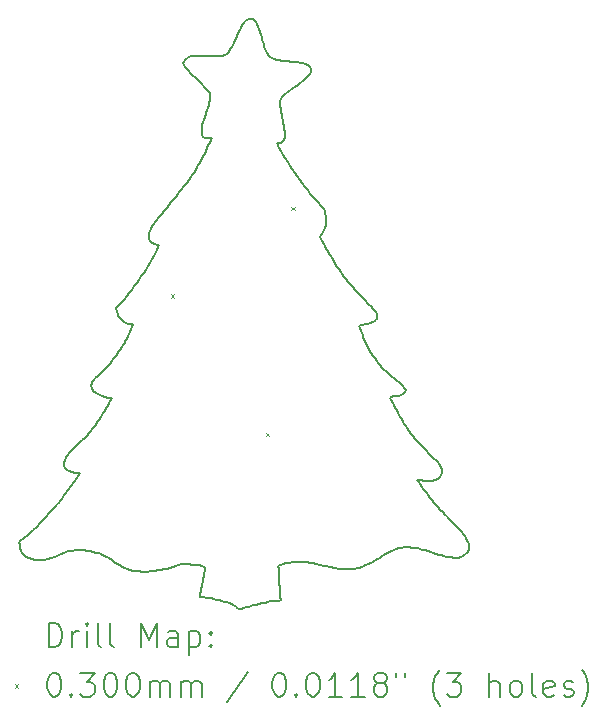
<source format=gbr>
%FSLAX45Y45*%
G04 Gerber Fmt 4.5, Leading zero omitted, Abs format (unit mm)*
G04 Created by KiCad (PCBNEW (6.0.0)) date 2022-10-06 13:39:08*
%MOMM*%
%LPD*%
G01*
G04 APERTURE LIST*
%TA.AperFunction,Profile*%
%ADD10C,0.200000*%
%TD*%
%ADD11C,0.200000*%
%ADD12C,0.030000*%
G04 APERTURE END LIST*
D10*
X17457439Y-12303614D02*
X17504464Y-12288672D01*
D11*
X18345841Y-12590880D02*
X18344131Y-12569388D01*
X18342169Y-12548608D01*
X18341971Y-12546586D01*
X17673141Y-8870309D02*
X17661615Y-8891688D01*
X17651188Y-8910817D01*
X17641392Y-8928337D01*
X17626854Y-8953005D01*
X17611098Y-8977667D01*
X17599136Y-8995176D01*
X17585460Y-9014288D01*
X17569602Y-9035645D01*
X17551093Y-9059891D01*
X17529465Y-9087666D01*
X17504247Y-9119615D01*
X17490147Y-9137354D01*
X17474973Y-9156378D01*
X17458668Y-9176766D01*
X17441172Y-9198599D01*
X17422428Y-9221956D01*
X17402376Y-9246919D01*
X17380959Y-9273568D01*
X17358117Y-9301982D01*
X17704633Y-12325880D02*
X17703099Y-12346986D01*
X17700630Y-12367244D01*
X17697105Y-12389782D01*
X17692545Y-12414463D01*
X17688170Y-12435657D01*
X17683160Y-12458064D01*
X17678993Y-12475623D01*
X19798543Y-11932592D02*
X19781869Y-11915512D01*
X19766133Y-11899259D01*
X19751251Y-11883737D01*
X19737138Y-11868852D01*
X19717226Y-11847507D01*
X19698570Y-11827057D01*
X19680884Y-11807180D01*
X19663884Y-11787554D01*
X19647285Y-11767858D01*
X19630801Y-11747769D01*
X19614147Y-11726966D01*
X19597040Y-11705127D01*
X18729736Y-9343306D02*
X18725424Y-9320672D01*
X18719042Y-9300899D01*
X18709637Y-9282208D01*
X18696258Y-9262821D01*
X18681387Y-9244849D01*
X18670593Y-9232813D01*
X18375275Y-8694125D02*
X18381009Y-8671757D01*
X18381915Y-8651198D01*
X18380551Y-8630266D01*
X18377207Y-8604092D01*
X18373329Y-8580325D01*
X18368223Y-8552470D01*
X18364112Y-8531388D01*
X18359420Y-8508128D01*
X18354131Y-8482544D01*
X17763180Y-8678002D02*
X17755285Y-8698868D01*
X17745101Y-8721901D01*
X17735616Y-8742639D01*
X17725076Y-8765219D01*
X17713954Y-8788630D01*
X17702726Y-8811857D01*
X17691864Y-8833888D01*
X17681845Y-8853710D01*
X17673141Y-8870309D01*
X19199460Y-12224933D02*
X19217333Y-12214291D01*
X19242295Y-12200006D01*
X19265282Y-12187647D01*
X19286568Y-12177110D01*
X19306424Y-12168295D01*
X19325122Y-12161098D01*
X19348723Y-12153845D01*
X19371395Y-12149047D01*
X19393784Y-12146463D01*
X19410778Y-12145832D01*
X19870903Y-12226219D02*
X19891552Y-12216860D01*
X19909433Y-12205736D01*
X19925000Y-12192015D01*
X19932905Y-12181095D01*
D10*
X18329186Y-12327669D02*
X18328245Y-12303724D01*
D11*
X17100710Y-10258892D02*
X17092159Y-10279906D01*
X17082897Y-10299529D01*
X17071578Y-10322671D01*
X17062312Y-10341184D01*
X17052824Y-10359789D01*
X17043517Y-10377677D01*
X17032081Y-10399015D01*
X17024754Y-10412084D01*
X16915354Y-10883866D02*
X16905299Y-10904327D01*
X16893393Y-10926229D01*
X16882586Y-10945513D01*
X16870732Y-10966267D01*
X16858338Y-10987614D01*
X16845909Y-11008674D01*
X16833953Y-11028567D01*
X16822975Y-11046415D01*
X16810736Y-11065510D01*
X17994058Y-12668882D02*
X18014750Y-12663707D01*
X18034762Y-12658430D01*
X18055099Y-12653003D01*
X18077921Y-12646865D01*
X18092480Y-12642926D01*
X16960654Y-10150053D02*
X16965510Y-10169819D01*
X16973701Y-10189643D01*
X16984986Y-10207015D01*
X16999653Y-10222458D01*
X17001739Y-10224278D01*
X18779900Y-9699737D02*
X18769634Y-9682294D01*
X18758204Y-9662330D01*
X18746083Y-9640729D01*
X18733747Y-9618376D01*
X18721671Y-9596158D01*
X18710329Y-9574958D01*
X18700197Y-9555664D01*
X18689389Y-9534431D01*
X18681069Y-9515521D01*
X17713278Y-8476546D02*
X17704194Y-8502938D01*
X17696795Y-8524647D01*
X17689250Y-8547501D01*
X17682973Y-8568583D01*
X17678634Y-8589857D01*
X17677466Y-8612640D01*
X17677443Y-8619531D01*
X18580660Y-8157231D02*
X18594957Y-8139557D01*
X18604632Y-8121150D01*
X18606158Y-8099935D01*
X18595629Y-8080131D01*
X18593725Y-8077955D01*
X19068524Y-10060903D02*
X19043375Y-10035150D01*
X19019663Y-10010432D01*
X18997281Y-9986617D01*
X18976126Y-9963575D01*
X18956092Y-9941174D01*
X18937076Y-9919285D01*
X18918974Y-9897776D01*
X18901680Y-9876516D01*
X18885090Y-9855376D01*
X18869100Y-9834223D01*
X18853604Y-9812928D01*
X18838500Y-9791360D01*
X18823682Y-9769387D01*
X18809045Y-9746880D01*
X18794486Y-9723706D01*
X18779900Y-9699737D01*
X19010608Y-10270028D02*
X19029463Y-10262187D01*
X19041042Y-10261271D01*
D10*
X17980846Y-12656378D02*
X17980846Y-12656378D01*
D11*
X19157486Y-10157483D02*
X19144415Y-10141254D01*
X19128685Y-10123844D01*
X19112156Y-10106131D01*
X19097206Y-10090420D01*
X19081118Y-10073769D01*
X19068524Y-10060903D01*
X19648004Y-11395400D02*
X19629459Y-11379387D01*
X19614252Y-11365477D01*
X19598268Y-11350281D01*
X19581805Y-11334108D01*
X19565166Y-11317265D01*
X19548650Y-11300061D01*
X19532556Y-11282804D01*
X19517187Y-11265803D01*
X19502842Y-11249366D01*
X19489821Y-11233802D01*
X19485827Y-11228862D01*
X17752944Y-8678177D02*
X17763180Y-8678002D01*
X17733423Y-8281000D02*
X17744586Y-8298808D01*
X17748881Y-8318369D01*
X17749131Y-8338366D01*
X18308924Y-12598275D02*
X18330319Y-12596305D01*
X18345841Y-12590880D01*
X16561490Y-12178108D02*
X16585114Y-12174042D01*
X16609152Y-12171360D01*
X16633513Y-12170043D01*
X16658108Y-12170068D01*
X16682845Y-12171414D01*
X16707635Y-12174059D01*
X16732387Y-12177983D01*
X16757011Y-12183164D01*
X16781417Y-12189580D01*
X16805514Y-12197210D01*
X16829212Y-12206033D01*
X16852420Y-12216028D01*
X16875048Y-12227173D01*
X16897006Y-12239446D01*
X16918204Y-12252826D01*
X16938551Y-12267293D01*
X16778788Y-10713604D02*
X16763681Y-10727976D01*
X16750473Y-10744282D01*
X16745484Y-10755449D01*
X19500658Y-11572899D02*
X19520666Y-11575659D01*
X19533103Y-11577675D01*
X16745484Y-10755449D02*
X16743475Y-10776802D01*
X16749174Y-10798019D01*
X16761625Y-10818302D01*
X16779874Y-10836852D01*
X16796790Y-10849146D01*
X16816026Y-10859679D01*
X16837180Y-10868113D01*
X16859848Y-10874112D01*
X16883627Y-10877338D01*
X16891731Y-10877739D01*
X19638861Y-12192114D02*
X19663255Y-12199860D01*
X19684935Y-12206551D01*
X19704245Y-12212268D01*
X19726902Y-12218517D01*
X19746776Y-12223372D01*
X19768949Y-12227770D01*
X19789646Y-12230664D01*
X19810462Y-12232428D01*
X17678993Y-12475623D02*
X17674374Y-12495280D01*
X17669687Y-12516748D01*
X17665678Y-12537245D01*
X17663414Y-12553853D01*
X17980846Y-12656372D02*
X17994058Y-12668882D01*
X19323586Y-10730095D02*
X19304779Y-10714634D01*
X19287825Y-10700442D01*
X19272512Y-10687322D01*
X19254287Y-10671151D01*
X19238110Y-10656060D01*
X19223484Y-10641580D01*
X19206626Y-10623619D01*
X19190443Y-10604956D01*
X19187201Y-10601058D01*
D10*
X16646150Y-11517538D02*
X16602879Y-11581539D01*
D11*
X17001739Y-10224278D02*
X17019022Y-10235671D01*
X17038034Y-10244234D01*
X17058340Y-10250640D01*
X17080266Y-10254284D01*
X17085166Y-10254449D01*
X19032951Y-10330282D02*
X19026048Y-10311418D01*
X19019053Y-10292444D01*
X19011899Y-10273321D01*
X19010608Y-10270028D01*
X18089766Y-7668899D02*
X18070183Y-7674997D01*
X18064798Y-7677989D01*
X19146140Y-10225009D02*
X19160098Y-10209492D01*
X19163952Y-10189098D01*
X18341971Y-12546586D02*
X18340183Y-12525248D01*
X18338523Y-12501775D01*
X18337197Y-12481338D01*
X18335839Y-12459122D01*
X18334483Y-12435706D01*
X18333164Y-12411673D01*
X18331915Y-12387604D01*
X18330770Y-12364081D01*
X18329764Y-12341686D01*
X18329186Y-12327669D01*
X17892362Y-7966496D02*
X17874067Y-7977176D01*
X17853105Y-7982370D01*
X17829816Y-7984327D01*
X17803564Y-7985137D01*
X17778276Y-7985435D01*
X17747368Y-7985560D01*
X17723275Y-7985589D01*
X19932905Y-12181095D02*
X19939220Y-12161827D01*
X19940436Y-12141796D01*
X19937713Y-12120113D01*
X19931126Y-12098023D01*
X19927141Y-12088741D01*
D10*
X17671394Y-12300719D02*
X17705317Y-12308132D01*
D11*
X18092480Y-12642926D02*
X18112677Y-12637492D01*
X18140627Y-12630142D01*
X18166003Y-12623703D01*
X18189076Y-12618120D01*
X18210119Y-12613335D01*
X18235485Y-12608102D01*
X18258367Y-12604058D01*
X18279408Y-12601069D01*
X18304100Y-12598616D01*
X18308924Y-12598275D01*
X19485827Y-11228862D02*
X19467760Y-11205787D01*
X19450193Y-11182305D01*
X19433039Y-11158275D01*
X19416211Y-11133557D01*
X19405131Y-11116628D01*
X19394131Y-11099289D01*
X19383185Y-11081500D01*
X19372267Y-11063218D01*
X19361352Y-11044403D01*
X19350414Y-11025013D01*
X19339426Y-11005007D01*
X19328363Y-10984342D01*
X19317199Y-10962979D01*
X19305908Y-10940875D01*
D10*
X17299588Y-9584976D02*
X17319938Y-9589811D01*
D11*
X18439621Y-8265170D02*
X18461870Y-8249790D01*
X18481870Y-8235790D01*
X18499754Y-8223069D01*
X18520534Y-8207923D01*
X18538099Y-8194632D01*
X18556008Y-8180263D01*
X18572371Y-8165695D01*
X18580660Y-8157231D01*
X17570967Y-12290992D02*
X17593871Y-12292031D01*
X17615435Y-12293484D01*
X17638251Y-12295641D01*
X17660292Y-12298623D01*
X17671394Y-12300719D01*
X19308679Y-10866562D02*
X19330051Y-10865761D01*
X19350459Y-10862497D01*
X19367483Y-10856162D01*
X18593725Y-8077955D02*
X18576819Y-8064297D01*
X18556196Y-8054951D01*
X18533259Y-8048438D01*
X18510368Y-8043851D01*
X18490186Y-8040675D01*
X18467163Y-8037654D01*
X18441065Y-8034726D01*
X18431642Y-8033760D01*
X17291608Y-9643658D02*
X17274895Y-9674905D01*
X17257944Y-9705548D01*
X17240714Y-9735646D01*
X17223164Y-9765257D01*
X17205253Y-9794442D01*
X17186940Y-9823258D01*
X17168185Y-9851765D01*
X17148947Y-9880022D01*
X17129184Y-9908087D01*
X17108856Y-9936021D01*
X17087922Y-9963882D01*
X17066342Y-9991729D01*
X17044073Y-10019621D01*
X17021076Y-10047616D01*
X16997309Y-10075776D01*
X16972732Y-10104157D01*
X18191913Y-7849234D02*
X18185352Y-7827507D01*
X18179221Y-7807707D01*
X18170726Y-7781397D01*
X18162936Y-7758856D01*
X18155696Y-7739746D01*
X18146628Y-7719014D01*
X18135715Y-7699605D01*
X18122289Y-7683785D01*
X18112561Y-7676511D01*
X18244777Y-7982970D02*
X18233094Y-7964483D01*
X18224353Y-7945829D01*
X18216604Y-7925938D01*
X18209854Y-7906556D01*
X18202424Y-7883609D01*
X18196300Y-7863791D01*
X18191913Y-7849234D01*
X16891731Y-10877739D02*
X16912224Y-10879623D01*
X16915354Y-10883866D01*
D10*
X17705317Y-12308132D02*
X17704633Y-12325880D01*
D11*
X19187201Y-10601058D02*
X19174102Y-10584928D01*
X19161636Y-10568994D01*
X19144043Y-10545319D01*
X19127668Y-10521721D01*
X19112386Y-10497983D01*
X19098072Y-10473885D01*
X19084602Y-10449209D01*
X19071852Y-10423738D01*
X19059697Y-10397252D01*
X19048013Y-10369534D01*
X19040423Y-10350263D01*
X19032951Y-10330282D01*
X16810736Y-11065510D02*
X16795944Y-11087375D01*
X16781669Y-11107675D01*
X16767552Y-11126826D01*
X16753236Y-11145246D01*
X16738362Y-11163351D01*
X16722570Y-11181559D01*
X16705504Y-11200285D01*
X16686803Y-11219948D01*
X16666111Y-11240964D01*
X16651032Y-11255933D01*
X16634801Y-11271811D01*
X16626222Y-11280130D01*
X17523731Y-8041131D02*
X17528039Y-8062764D01*
X17537512Y-8080382D01*
X17549826Y-8096860D01*
X17566998Y-8116238D01*
X17583424Y-8133110D01*
X17603171Y-8152324D01*
X17618306Y-8166586D01*
X17635103Y-8182114D01*
X17653638Y-8199000D01*
X19597040Y-11705127D02*
X19582715Y-11686436D01*
X19566917Y-11665450D01*
X19554741Y-11649081D01*
X19542782Y-11632854D01*
X19527948Y-11612503D01*
X19515357Y-11594954D01*
X19502998Y-11577070D01*
X19500658Y-11572899D01*
X19041042Y-10261271D02*
X19062832Y-10259010D01*
X19082607Y-10255497D01*
X19103702Y-10249621D01*
X19124721Y-10240461D01*
X19141920Y-10228802D01*
X19146140Y-10225009D01*
X18694549Y-9496212D02*
X18706664Y-9479295D01*
X18716693Y-9458208D01*
X18723048Y-9439063D01*
X18727781Y-9418496D01*
X18730765Y-9397060D01*
X18731872Y-9375310D01*
X18730976Y-9353799D01*
X18729736Y-9343306D01*
X19305908Y-10940875D02*
X19295465Y-10920330D01*
X19284910Y-10899363D01*
X19276379Y-10879392D01*
X19294249Y-10866597D01*
X19308679Y-10866562D01*
D10*
X17504464Y-12288672D02*
X17570967Y-12290992D01*
X16612133Y-11514884D02*
X16646150Y-11517538D01*
X17677443Y-8619531D02*
X17677379Y-8658762D01*
D11*
X16175351Y-12211634D02*
X16193277Y-12224987D01*
X16214149Y-12235728D01*
X16237507Y-12243844D01*
X16262895Y-12249328D01*
X16289854Y-12252167D01*
X16317926Y-12252352D01*
X16346655Y-12249873D01*
X16375581Y-12244719D01*
X16404247Y-12236880D01*
X16432195Y-12226345D01*
X16450202Y-12217819D01*
X17749131Y-8338366D02*
X17748297Y-8359889D01*
X17743978Y-8382634D01*
X17738219Y-8402443D01*
X17731340Y-8423615D01*
X17724618Y-8443519D01*
X17716385Y-8467528D01*
X17713278Y-8476546D01*
D10*
X18089767Y-7668911D02*
X18089766Y-7668899D01*
X17663414Y-12553853D02*
X17663414Y-12567930D01*
D11*
X16938551Y-12267293D02*
X16961317Y-12283694D01*
X16983515Y-12298043D01*
X17005444Y-12310436D01*
X17027401Y-12320970D01*
X17049684Y-12329740D01*
X17072591Y-12336844D01*
X17096420Y-12342378D01*
X17121468Y-12346438D01*
X17148034Y-12349120D01*
X17176414Y-12350521D01*
X17196490Y-12350790D01*
D10*
X18838704Y-12331468D02*
X18904552Y-12331574D01*
D11*
X18329730Y-8721992D02*
X18350854Y-8718812D01*
X18368250Y-8706522D01*
X18375275Y-8694125D01*
X16450202Y-12217819D02*
X16469127Y-12208357D01*
X16489349Y-12199214D01*
X16508391Y-12191938D01*
X16527877Y-12185948D01*
X16549431Y-12180665D01*
X16561490Y-12178108D01*
X17963062Y-7849391D02*
X17952911Y-7871631D01*
X17942949Y-7892009D01*
X17933269Y-7910369D01*
X17921708Y-7930246D01*
X17908864Y-7949194D01*
X17894004Y-7965278D01*
X17892362Y-7966496D01*
X16626222Y-11280130D02*
X16606819Y-11298953D01*
X16590272Y-11315154D01*
X16572178Y-11333202D01*
X16558018Y-11347847D01*
X16542731Y-11365002D01*
X16530030Y-11382663D01*
X16525503Y-11390875D01*
D10*
X18313221Y-8721992D02*
X18329730Y-8721992D01*
D11*
X18681069Y-9515521D02*
X18692503Y-9498528D01*
X18694549Y-9496212D01*
X19403874Y-10812002D02*
X19392744Y-10794050D01*
X19378693Y-10779031D01*
X19363241Y-10764267D01*
X19344756Y-10747837D01*
X19328018Y-10733731D01*
X19323586Y-10730095D01*
X18112561Y-7676511D02*
X18093855Y-7669076D01*
X18089767Y-7668911D01*
D10*
X17733423Y-8281000D02*
X17653638Y-8199000D01*
D11*
X19367483Y-10856162D02*
X19385983Y-10846529D01*
X19400858Y-10831683D01*
X19403874Y-10812002D01*
X18354131Y-8482544D02*
X18349390Y-8458198D01*
X18345840Y-8436237D01*
X18343073Y-8411986D01*
X18342153Y-8391103D01*
X18343479Y-8370208D01*
X18349349Y-8348848D01*
X19410778Y-12145832D02*
X19434631Y-12146169D01*
X19457713Y-12147635D01*
X19481074Y-12150445D01*
X19505766Y-12154812D01*
X19525790Y-12159237D01*
X19547598Y-12164748D01*
X19571632Y-12171434D01*
X19598336Y-12179387D01*
X19617841Y-12185436D01*
X19638861Y-12192114D01*
X17723077Y-8682070D02*
X17743866Y-8680349D01*
X17752944Y-8678177D01*
X17085166Y-10254449D02*
X17100710Y-10258892D01*
X17723275Y-7985589D02*
X17702609Y-7985613D01*
X17675697Y-7985697D01*
X17653222Y-7985862D01*
X17629258Y-7986254D01*
X17607206Y-7987105D01*
X17586755Y-7989190D01*
X17570533Y-7993235D01*
D10*
X17677379Y-8658762D02*
X17690410Y-8670413D01*
X17663414Y-12567930D02*
X17694339Y-12570390D01*
D11*
X17024754Y-10412084D02*
X17012445Y-10432935D01*
X16999749Y-10453491D01*
X16986662Y-10473758D01*
X16973180Y-10493742D01*
X16959297Y-10513448D01*
X16945009Y-10532883D01*
X16930311Y-10552053D01*
X16915198Y-10570963D01*
X16899666Y-10589619D01*
X16883709Y-10608027D01*
X16867323Y-10626194D01*
X16850503Y-10644124D01*
X16833245Y-10661825D01*
X16815543Y-10679301D01*
X16797392Y-10696559D01*
X16778788Y-10713604D01*
X18670593Y-9232813D02*
X18646639Y-9206227D01*
X18622880Y-9178980D01*
X18599358Y-9151131D01*
X18576114Y-9122738D01*
X18553191Y-9093859D01*
X18530630Y-9064554D01*
X18508473Y-9034880D01*
X18486762Y-9004897D01*
X18465537Y-8974662D01*
X18444842Y-8944235D01*
X18424717Y-8913673D01*
X18405205Y-8883036D01*
X18386347Y-8852382D01*
X18368184Y-8821769D01*
X18350760Y-8791257D01*
X18334114Y-8760902D01*
X17690410Y-8670413D02*
X17708495Y-8680895D01*
X17723077Y-8682070D01*
X18064798Y-7677989D02*
X18047112Y-7692141D01*
X18034305Y-7707907D01*
X18023287Y-7725040D01*
X18011099Y-7747004D01*
X18000922Y-7767099D01*
X17989649Y-7790651D01*
X17977092Y-7817976D01*
X17967914Y-7838445D01*
X17963062Y-7849391D01*
D10*
X16183318Y-12058308D02*
X16133921Y-12100077D01*
D11*
X16525503Y-11390875D02*
X16517421Y-11409761D01*
X16512155Y-11433027D01*
X16513037Y-11453894D01*
X16522539Y-11476248D01*
X16536664Y-11490868D01*
X16556413Y-11502334D01*
X16581623Y-11510417D01*
X16604017Y-11514119D01*
X16612133Y-11514884D01*
D10*
X17319938Y-9589811D02*
X17291608Y-9643658D01*
X16133921Y-12100077D02*
X16136125Y-12129184D01*
D11*
X17570533Y-7993235D02*
X17551502Y-8002148D01*
X17535009Y-8016933D01*
X17524403Y-8035621D01*
X17523731Y-8041131D01*
X19810462Y-12232428D02*
X19830973Y-12233347D01*
X19851863Y-12231958D01*
X19870903Y-12226219D01*
X18365899Y-12290611D02*
X18393991Y-12281627D01*
X18421292Y-12274697D01*
X18448515Y-12269849D01*
X18476373Y-12267109D01*
X18505579Y-12266507D01*
X18526150Y-12267305D01*
X18547849Y-12269075D01*
X18570886Y-12271822D01*
X18595473Y-12275556D01*
X18621820Y-12280285D01*
X18650139Y-12286016D01*
X18680642Y-12292759D01*
X18713539Y-12300521D01*
X18730952Y-12304787D01*
X19690633Y-11439560D02*
X19677292Y-11423209D01*
X19662384Y-11408175D01*
X19648004Y-11395400D01*
X19533103Y-11577675D02*
X19560066Y-11581278D01*
X19585157Y-11582891D01*
X19608289Y-11582588D01*
X19629373Y-11580449D01*
X19656967Y-11573963D01*
X19679460Y-11563778D01*
X19696553Y-11550154D01*
X19707950Y-11533350D01*
X19713353Y-11513629D01*
X19712466Y-11491250D01*
X19704992Y-11466473D01*
X19690633Y-11439560D01*
X18904552Y-12331574D02*
X18928228Y-12331551D01*
X18951021Y-12331009D01*
X18972706Y-12328773D01*
X18993536Y-12323784D01*
X19014310Y-12316740D01*
X19035515Y-12308762D01*
X19048221Y-12303882D01*
X17358117Y-9301982D02*
X17342460Y-9321544D01*
X17327031Y-9340981D01*
X17312227Y-9359784D01*
X17298444Y-9377442D01*
X17286079Y-9393445D01*
X17273220Y-9410343D01*
X17261455Y-9426418D01*
X16602879Y-11581539D02*
X16590682Y-11599442D01*
X16578445Y-11617131D01*
X16566165Y-11634607D01*
X16553841Y-11651872D01*
X16541470Y-11668929D01*
X16529051Y-11685780D01*
X16516582Y-11702427D01*
X16504062Y-11718872D01*
X16491488Y-11735117D01*
X16478859Y-11751164D01*
X16466173Y-11767015D01*
X16453427Y-11782672D01*
X16440621Y-11798138D01*
X16414819Y-11828502D01*
X16388751Y-11858124D01*
X16362404Y-11887020D01*
X16335762Y-11915208D01*
X16308811Y-11942703D01*
X16281537Y-11969523D01*
X16253925Y-11995683D01*
X16225959Y-12021200D01*
X16197627Y-12046092D01*
X16183318Y-12058308D01*
X17694339Y-12570390D02*
X17714954Y-12572415D01*
X17736377Y-12575237D01*
X17758357Y-12578781D01*
X17780644Y-12582972D01*
X17802987Y-12587736D01*
X17825137Y-12592996D01*
X17846841Y-12598677D01*
X17867851Y-12604705D01*
X17887915Y-12611004D01*
X17915690Y-12620797D01*
X17939929Y-12630777D01*
X17959786Y-12640691D01*
X17977984Y-12653368D01*
X17980846Y-12656378D01*
X16136125Y-12129184D02*
X16139165Y-12151434D01*
X16146000Y-12173051D01*
X16157052Y-12191932D01*
X16170703Y-12207302D01*
X16175351Y-12211634D01*
D10*
X18730952Y-12304787D02*
X18838704Y-12331468D01*
X18328245Y-12303724D02*
X18365899Y-12290611D01*
D11*
X17261455Y-9426418D02*
X17247953Y-9448086D01*
X17238071Y-9468709D01*
X17231779Y-9488161D01*
X17228923Y-9512060D01*
X17232324Y-9533357D01*
X17241911Y-9551755D01*
X17257612Y-9566957D01*
X17279357Y-9578666D01*
X17299588Y-9584976D01*
D10*
X18334114Y-8760902D02*
X18313221Y-8721992D01*
D11*
X19163952Y-10189098D02*
X19161349Y-10168868D01*
X19157486Y-10157483D01*
X18349349Y-8348848D02*
X18360467Y-8331846D01*
X18376608Y-8314687D01*
X18391701Y-8301220D01*
X18409690Y-8286811D01*
X18426125Y-8274646D01*
X18439621Y-8265170D01*
D10*
X16955796Y-10123478D02*
X16960654Y-10150053D01*
D11*
X17196490Y-12350790D02*
X17219716Y-12350484D01*
X17242264Y-12349495D01*
X17264456Y-12347766D01*
X17286616Y-12345237D01*
X17309069Y-12341850D01*
X17332137Y-12337546D01*
X17356144Y-12332267D01*
X17381414Y-12325953D01*
X17408272Y-12318546D01*
X17437039Y-12309988D01*
X17457439Y-12303614D01*
X19048221Y-12303882D02*
X19067663Y-12295983D01*
X19087606Y-12286989D01*
X19108766Y-12276526D01*
X19127051Y-12266847D01*
X19146941Y-12255798D01*
X19168803Y-12243186D01*
X19186713Y-12232587D01*
X19199460Y-12224933D01*
X18431642Y-8033760D02*
X18409115Y-8031411D01*
X18388474Y-8029072D01*
X18360842Y-8025524D01*
X18336923Y-8021854D01*
X18316400Y-8017974D01*
X18293768Y-8012326D01*
X18272026Y-8004215D01*
X18253597Y-7992412D01*
X18244777Y-7982970D01*
D10*
X16972732Y-10104157D02*
X16955796Y-10123478D01*
D11*
X19927141Y-12088741D02*
X19917799Y-12070290D01*
X19907190Y-12052933D01*
X19893463Y-12034423D01*
X19878992Y-12017273D01*
X19865482Y-12002290D01*
X19849250Y-11984950D01*
X19829896Y-11964766D01*
X19815061Y-11949490D01*
X19798543Y-11932592D01*
D12*
X17416000Y-10005000D02*
X17446000Y-10035000D01*
X17446000Y-10005000D02*
X17416000Y-10035000D01*
X18219561Y-11177273D02*
X18249561Y-11207273D01*
X18249561Y-11177273D02*
X18219561Y-11207273D01*
X18434658Y-9263342D02*
X18464658Y-9293342D01*
X18464658Y-9263342D02*
X18434658Y-9293342D01*
D11*
X16381540Y-12989358D02*
X16381540Y-12789358D01*
X16429159Y-12789358D01*
X16457730Y-12798882D01*
X16476778Y-12817930D01*
X16486302Y-12836977D01*
X16495825Y-12875073D01*
X16495825Y-12903644D01*
X16486302Y-12941739D01*
X16476778Y-12960787D01*
X16457730Y-12979834D01*
X16429159Y-12989358D01*
X16381540Y-12989358D01*
X16581540Y-12989358D02*
X16581540Y-12856025D01*
X16581540Y-12894120D02*
X16591063Y-12875073D01*
X16600587Y-12865549D01*
X16619635Y-12856025D01*
X16638683Y-12856025D01*
X16705349Y-12989358D02*
X16705349Y-12856025D01*
X16705349Y-12789358D02*
X16695825Y-12798882D01*
X16705349Y-12808406D01*
X16714873Y-12798882D01*
X16705349Y-12789358D01*
X16705349Y-12808406D01*
X16829159Y-12989358D02*
X16810111Y-12979834D01*
X16800587Y-12960787D01*
X16800587Y-12789358D01*
X16933921Y-12989358D02*
X16914873Y-12979834D01*
X16905349Y-12960787D01*
X16905349Y-12789358D01*
X17162492Y-12989358D02*
X17162492Y-12789358D01*
X17229159Y-12932215D01*
X17295825Y-12789358D01*
X17295825Y-12989358D01*
X17476778Y-12989358D02*
X17476778Y-12884596D01*
X17467254Y-12865549D01*
X17448206Y-12856025D01*
X17410111Y-12856025D01*
X17391064Y-12865549D01*
X17476778Y-12979834D02*
X17457730Y-12989358D01*
X17410111Y-12989358D01*
X17391064Y-12979834D01*
X17381540Y-12960787D01*
X17381540Y-12941739D01*
X17391064Y-12922692D01*
X17410111Y-12913168D01*
X17457730Y-12913168D01*
X17476778Y-12903644D01*
X17572016Y-12856025D02*
X17572016Y-13056025D01*
X17572016Y-12865549D02*
X17591064Y-12856025D01*
X17629159Y-12856025D01*
X17648206Y-12865549D01*
X17657730Y-12875073D01*
X17667254Y-12894120D01*
X17667254Y-12951263D01*
X17657730Y-12970311D01*
X17648206Y-12979834D01*
X17629159Y-12989358D01*
X17591064Y-12989358D01*
X17572016Y-12979834D01*
X17752968Y-12970311D02*
X17762492Y-12979834D01*
X17752968Y-12989358D01*
X17743445Y-12979834D01*
X17752968Y-12970311D01*
X17752968Y-12989358D01*
X17752968Y-12865549D02*
X17762492Y-12875073D01*
X17752968Y-12884596D01*
X17743445Y-12875073D01*
X17752968Y-12865549D01*
X17752968Y-12884596D01*
D12*
X16093921Y-13303882D02*
X16123921Y-13333882D01*
X16123921Y-13303882D02*
X16093921Y-13333882D01*
D11*
X16419635Y-13209358D02*
X16438683Y-13209358D01*
X16457730Y-13218882D01*
X16467254Y-13228406D01*
X16476778Y-13247454D01*
X16486302Y-13285549D01*
X16486302Y-13333168D01*
X16476778Y-13371263D01*
X16467254Y-13390311D01*
X16457730Y-13399834D01*
X16438683Y-13409358D01*
X16419635Y-13409358D01*
X16400587Y-13399834D01*
X16391063Y-13390311D01*
X16381540Y-13371263D01*
X16372016Y-13333168D01*
X16372016Y-13285549D01*
X16381540Y-13247454D01*
X16391063Y-13228406D01*
X16400587Y-13218882D01*
X16419635Y-13209358D01*
X16572016Y-13390311D02*
X16581540Y-13399834D01*
X16572016Y-13409358D01*
X16562492Y-13399834D01*
X16572016Y-13390311D01*
X16572016Y-13409358D01*
X16648206Y-13209358D02*
X16772016Y-13209358D01*
X16705349Y-13285549D01*
X16733921Y-13285549D01*
X16752968Y-13295073D01*
X16762492Y-13304596D01*
X16772016Y-13323644D01*
X16772016Y-13371263D01*
X16762492Y-13390311D01*
X16752968Y-13399834D01*
X16733921Y-13409358D01*
X16676778Y-13409358D01*
X16657730Y-13399834D01*
X16648206Y-13390311D01*
X16895825Y-13209358D02*
X16914873Y-13209358D01*
X16933921Y-13218882D01*
X16943445Y-13228406D01*
X16952968Y-13247454D01*
X16962492Y-13285549D01*
X16962492Y-13333168D01*
X16952968Y-13371263D01*
X16943445Y-13390311D01*
X16933921Y-13399834D01*
X16914873Y-13409358D01*
X16895825Y-13409358D01*
X16876778Y-13399834D01*
X16867254Y-13390311D01*
X16857730Y-13371263D01*
X16848206Y-13333168D01*
X16848206Y-13285549D01*
X16857730Y-13247454D01*
X16867254Y-13228406D01*
X16876778Y-13218882D01*
X16895825Y-13209358D01*
X17086302Y-13209358D02*
X17105349Y-13209358D01*
X17124397Y-13218882D01*
X17133921Y-13228406D01*
X17143445Y-13247454D01*
X17152968Y-13285549D01*
X17152968Y-13333168D01*
X17143445Y-13371263D01*
X17133921Y-13390311D01*
X17124397Y-13399834D01*
X17105349Y-13409358D01*
X17086302Y-13409358D01*
X17067254Y-13399834D01*
X17057730Y-13390311D01*
X17048206Y-13371263D01*
X17038683Y-13333168D01*
X17038683Y-13285549D01*
X17048206Y-13247454D01*
X17057730Y-13228406D01*
X17067254Y-13218882D01*
X17086302Y-13209358D01*
X17238683Y-13409358D02*
X17238683Y-13276025D01*
X17238683Y-13295073D02*
X17248206Y-13285549D01*
X17267254Y-13276025D01*
X17295825Y-13276025D01*
X17314873Y-13285549D01*
X17324397Y-13304596D01*
X17324397Y-13409358D01*
X17324397Y-13304596D02*
X17333921Y-13285549D01*
X17352968Y-13276025D01*
X17381540Y-13276025D01*
X17400587Y-13285549D01*
X17410111Y-13304596D01*
X17410111Y-13409358D01*
X17505349Y-13409358D02*
X17505349Y-13276025D01*
X17505349Y-13295073D02*
X17514873Y-13285549D01*
X17533921Y-13276025D01*
X17562492Y-13276025D01*
X17581540Y-13285549D01*
X17591064Y-13304596D01*
X17591064Y-13409358D01*
X17591064Y-13304596D02*
X17600587Y-13285549D01*
X17619635Y-13276025D01*
X17648206Y-13276025D01*
X17667254Y-13285549D01*
X17676778Y-13304596D01*
X17676778Y-13409358D01*
X18067254Y-13199834D02*
X17895825Y-13456977D01*
X18324397Y-13209358D02*
X18343445Y-13209358D01*
X18362492Y-13218882D01*
X18372016Y-13228406D01*
X18381540Y-13247454D01*
X18391064Y-13285549D01*
X18391064Y-13333168D01*
X18381540Y-13371263D01*
X18372016Y-13390311D01*
X18362492Y-13399834D01*
X18343445Y-13409358D01*
X18324397Y-13409358D01*
X18305349Y-13399834D01*
X18295825Y-13390311D01*
X18286302Y-13371263D01*
X18276778Y-13333168D01*
X18276778Y-13285549D01*
X18286302Y-13247454D01*
X18295825Y-13228406D01*
X18305349Y-13218882D01*
X18324397Y-13209358D01*
X18476778Y-13390311D02*
X18486302Y-13399834D01*
X18476778Y-13409358D01*
X18467254Y-13399834D01*
X18476778Y-13390311D01*
X18476778Y-13409358D01*
X18610111Y-13209358D02*
X18629159Y-13209358D01*
X18648206Y-13218882D01*
X18657730Y-13228406D01*
X18667254Y-13247454D01*
X18676778Y-13285549D01*
X18676778Y-13333168D01*
X18667254Y-13371263D01*
X18657730Y-13390311D01*
X18648206Y-13399834D01*
X18629159Y-13409358D01*
X18610111Y-13409358D01*
X18591064Y-13399834D01*
X18581540Y-13390311D01*
X18572016Y-13371263D01*
X18562492Y-13333168D01*
X18562492Y-13285549D01*
X18572016Y-13247454D01*
X18581540Y-13228406D01*
X18591064Y-13218882D01*
X18610111Y-13209358D01*
X18867254Y-13409358D02*
X18752968Y-13409358D01*
X18810111Y-13409358D02*
X18810111Y-13209358D01*
X18791064Y-13237930D01*
X18772016Y-13256977D01*
X18752968Y-13266501D01*
X19057730Y-13409358D02*
X18943445Y-13409358D01*
X19000587Y-13409358D02*
X19000587Y-13209358D01*
X18981540Y-13237930D01*
X18962492Y-13256977D01*
X18943445Y-13266501D01*
X19172016Y-13295073D02*
X19152968Y-13285549D01*
X19143445Y-13276025D01*
X19133921Y-13256977D01*
X19133921Y-13247454D01*
X19143445Y-13228406D01*
X19152968Y-13218882D01*
X19172016Y-13209358D01*
X19210111Y-13209358D01*
X19229159Y-13218882D01*
X19238683Y-13228406D01*
X19248206Y-13247454D01*
X19248206Y-13256977D01*
X19238683Y-13276025D01*
X19229159Y-13285549D01*
X19210111Y-13295073D01*
X19172016Y-13295073D01*
X19152968Y-13304596D01*
X19143445Y-13314120D01*
X19133921Y-13333168D01*
X19133921Y-13371263D01*
X19143445Y-13390311D01*
X19152968Y-13399834D01*
X19172016Y-13409358D01*
X19210111Y-13409358D01*
X19229159Y-13399834D01*
X19238683Y-13390311D01*
X19248206Y-13371263D01*
X19248206Y-13333168D01*
X19238683Y-13314120D01*
X19229159Y-13304596D01*
X19210111Y-13295073D01*
X19324397Y-13209358D02*
X19324397Y-13247454D01*
X19400587Y-13209358D02*
X19400587Y-13247454D01*
X19695825Y-13485549D02*
X19686302Y-13476025D01*
X19667254Y-13447454D01*
X19657730Y-13428406D01*
X19648206Y-13399834D01*
X19638683Y-13352215D01*
X19638683Y-13314120D01*
X19648206Y-13266501D01*
X19657730Y-13237930D01*
X19667254Y-13218882D01*
X19686302Y-13190311D01*
X19695825Y-13180787D01*
X19752968Y-13209358D02*
X19876778Y-13209358D01*
X19810111Y-13285549D01*
X19838683Y-13285549D01*
X19857730Y-13295073D01*
X19867254Y-13304596D01*
X19876778Y-13323644D01*
X19876778Y-13371263D01*
X19867254Y-13390311D01*
X19857730Y-13399834D01*
X19838683Y-13409358D01*
X19781540Y-13409358D01*
X19762492Y-13399834D01*
X19752968Y-13390311D01*
X20114873Y-13409358D02*
X20114873Y-13209358D01*
X20200587Y-13409358D02*
X20200587Y-13304596D01*
X20191064Y-13285549D01*
X20172016Y-13276025D01*
X20143445Y-13276025D01*
X20124397Y-13285549D01*
X20114873Y-13295073D01*
X20324397Y-13409358D02*
X20305349Y-13399834D01*
X20295825Y-13390311D01*
X20286302Y-13371263D01*
X20286302Y-13314120D01*
X20295825Y-13295073D01*
X20305349Y-13285549D01*
X20324397Y-13276025D01*
X20352968Y-13276025D01*
X20372016Y-13285549D01*
X20381540Y-13295073D01*
X20391064Y-13314120D01*
X20391064Y-13371263D01*
X20381540Y-13390311D01*
X20372016Y-13399834D01*
X20352968Y-13409358D01*
X20324397Y-13409358D01*
X20505349Y-13409358D02*
X20486302Y-13399834D01*
X20476778Y-13380787D01*
X20476778Y-13209358D01*
X20657730Y-13399834D02*
X20638683Y-13409358D01*
X20600587Y-13409358D01*
X20581540Y-13399834D01*
X20572016Y-13380787D01*
X20572016Y-13304596D01*
X20581540Y-13285549D01*
X20600587Y-13276025D01*
X20638683Y-13276025D01*
X20657730Y-13285549D01*
X20667254Y-13304596D01*
X20667254Y-13323644D01*
X20572016Y-13342692D01*
X20743445Y-13399834D02*
X20762492Y-13409358D01*
X20800587Y-13409358D01*
X20819635Y-13399834D01*
X20829159Y-13380787D01*
X20829159Y-13371263D01*
X20819635Y-13352215D01*
X20800587Y-13342692D01*
X20772016Y-13342692D01*
X20752968Y-13333168D01*
X20743445Y-13314120D01*
X20743445Y-13304596D01*
X20752968Y-13285549D01*
X20772016Y-13276025D01*
X20800587Y-13276025D01*
X20819635Y-13285549D01*
X20895825Y-13485549D02*
X20905349Y-13476025D01*
X20924397Y-13447454D01*
X20933921Y-13428406D01*
X20943445Y-13399834D01*
X20952968Y-13352215D01*
X20952968Y-13314120D01*
X20943445Y-13266501D01*
X20933921Y-13237930D01*
X20924397Y-13218882D01*
X20905349Y-13190311D01*
X20895825Y-13180787D01*
M02*

</source>
